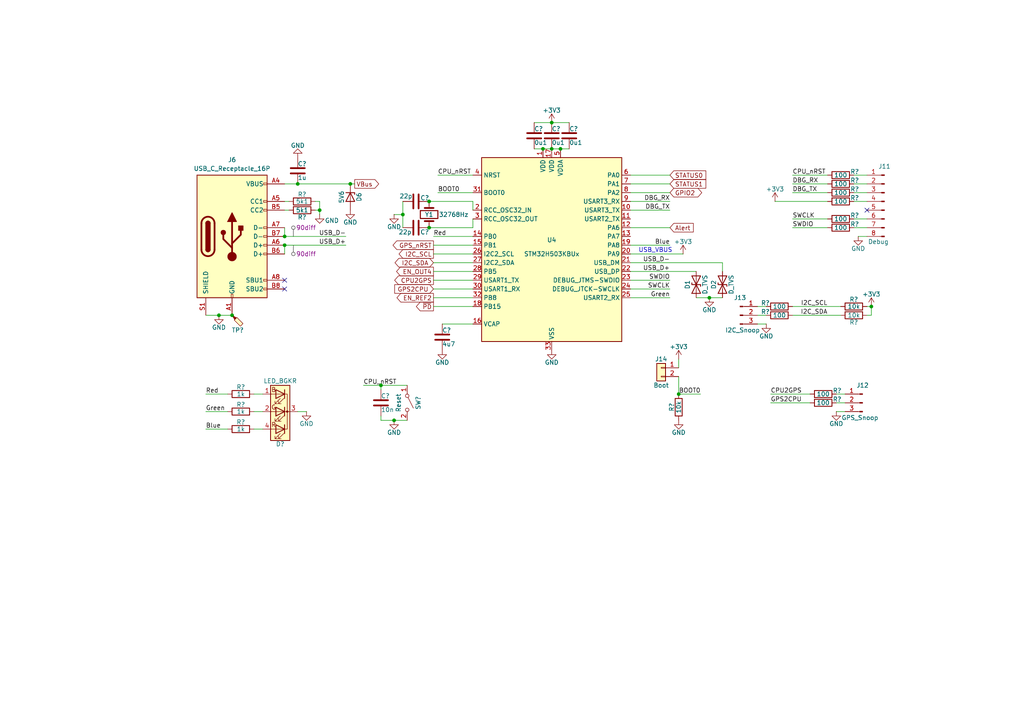
<source format=kicad_sch>
(kicad_sch (version 20250114) (generator "eeschema") (generator_version "9.0")
  (paper "A4")
  (lib_symbols
    (symbol "Connector:Conn_01x03_Pin" (pin_names (offset 1.016) (hide yes))
      (property "Reference" "J" (at 0 5.08 0))
      (property "Value" "Conn_01x03_Pin" (at 0 -5.08 0))
      (symbol "Conn_01x03_Pin_1_1"
        (rectangle (start 0.8636 2.667) (end 0 2.413) (stroke (width 0.1524)) (fill (type outline)))
        (rectangle (start 0.8636 0.127) (end 0 -0.127) (stroke (width 0.1524)) (fill (type outline)))
        (rectangle (start 0.8636 -2.413) (end 0 -2.667) (stroke (width 0.1524)) (fill (type outline)))
        (polyline (pts (xy 1.27 2.54) (xy 0.8636 2.54)) (stroke (width 0.1524)))
        (polyline (pts (xy 1.27 0) (xy 0.8636 0)) (stroke (width 0.1524)))
        (polyline (pts (xy 1.27 -2.54) (xy 0.8636 -2.54)) (stroke (width 0.1524)))
        (pin passive line (at 5.08 2.54 180) (length 3.81) (name "Pin_1") (number "1"))
        (pin passive line (at 5.08 0 180) (length 3.81) (name "Pin_2") (number "2"))
        (pin passive line (at 5.08 -2.54 180) (length 3.81) (name "Pin_3") (number "3"))
      )
    )
    (symbol "Connector:Conn_01x08_Pin" (pin_names (offset 1.016) (hide yes))
      (property "Reference" "J" (at 0 10.16 0))
      (property "Value" "Conn_01x08_Pin" (at 0 -12.7 0))
      (symbol "Conn_01x08_Pin_1_1"
        (rectangle (start 0.8636 7.747) (end 0 7.493) (stroke (width 0.1524)) (fill (type outline)))
        (rectangle (start 0.8636 5.207) (end 0 4.953) (stroke (width 0.1524)) (fill (type outline)))
        (rectangle (start 0.8636 2.667) (end 0 2.413) (stroke (width 0.1524)) (fill (type outline)))
        (rectangle (start 0.8636 0.127) (end 0 -0.127) (stroke (width 0.1524)) (fill (type outline)))
        (rectangle (start 0.8636 -2.413) (end 0 -2.667) (stroke (width 0.1524)) (fill (type outline)))
        (rectangle (start 0.8636 -4.953) (end 0 -5.207) (stroke (width 0.1524)) (fill (type outline)))
        (rectangle (start 0.8636 -7.493) (end 0 -7.747) (stroke (width 0.1524)) (fill (type outline)))
        (rectangle (start 0.8636 -10.033) (end 0 -10.287) (stroke (width 0.1524)) (fill (type outline)))
        (polyline (pts (xy 1.27 7.62) (xy 0.8636 7.62)) (stroke (width 0.1524)))
        (polyline (pts (xy 1.27 5.08) (xy 0.8636 5.08)) (stroke (width 0.1524)))
        (polyline (pts (xy 1.27 2.54) (xy 0.8636 2.54)) (stroke (width 0.1524)))
        (polyline (pts (xy 1.27 0) (xy 0.8636 0)) (stroke (width 0.1524)))
        (polyline (pts (xy 1.27 -2.54) (xy 0.8636 -2.54)) (stroke (width 0.1524)))
        (polyline (pts (xy 1.27 -5.08) (xy 0.8636 -5.08)) (stroke (width 0.1524)))
        (polyline (pts (xy 1.27 -7.62) (xy 0.8636 -7.62)) (stroke (width 0.1524)))
        (polyline (pts (xy 1.27 -10.16) (xy 0.8636 -10.16)) (stroke (width 0.1524)))
        (pin passive line (at 5.08 7.62 180) (length 3.81) (name "Pin_1") (number "1"))
        (pin passive line (at 5.08 5.08 180) (length 3.81) (name "Pin_2") (number "2"))
        (pin passive line (at 5.08 2.54 180) (length 3.81) (name "Pin_3") (number "3"))
        (pin passive line (at 5.08 0 180) (length 3.81) (name "Pin_4") (number "4"))
        (pin passive line (at 5.08 -2.54 180) (length 3.81) (name "Pin_5") (number "5"))
        (pin passive line (at 5.08 -5.08 180) (length 3.81) (name "Pin_6") (number "6"))
        (pin passive line (at 5.08 -7.62 180) (length 3.81) (name "Pin_7") (number "7"))
        (pin passive line (at 5.08 -10.16 180) (length 3.81) (name "Pin_8") (number "8"))
      )
    )
    (symbol "Connector:TestPoint_Probe" (pin_numbers (hide yes)) (pin_names (offset 0.762) (hide yes))
      (property "Reference" "TP" (at 1.651 5.842 0))
      (property "Value" "TestPoint_Probe" (at 1.651 4.064 0))
      (symbol "TestPoint_Probe_0_1"
        (polyline (pts (xy 1.27 0.762) (xy 0 0) (xy 0.762 1.27) (xy 1.27 0.762)) (fill (type outline)))
        (polyline (pts (xy 1.397 0.635) (xy 0.635 1.397) (xy 2.413 3.175) (xy 3.175 2.413) (xy 1.397 0.635)) (fill (type background)))
      )
      (symbol "TestPoint_Probe_1_1"
        (pin passive line (at 0 0 90) (length 0) (name "1") (number "1"))
      )
    )
    (symbol "Connector:USB_C_Receptacle_USB2.0_16P" (pin_names (offset 1.016))
      (property "Reference" "J" (at 0 22.225 0))
      (property "Value" "USB_C_Receptacle_USB2.0_16P" (at 0 19.685 0))
      (symbol "USB_C_Receptacle_USB2.0_16P_0_0"
        (rectangle (start -0.254 -17.78) (end 0.254 -16.764))
        (rectangle (start 10.16 15.494) (end 9.144 14.986))
        (rectangle (start 10.16 10.414) (end 9.144 9.906))
        (rectangle (start 10.16 7.874) (end 9.144 7.366))
        (rectangle (start 10.16 2.794) (end 9.144 2.286))
        (rectangle (start 10.16 0.254) (end 9.144 -0.254))
        (rectangle (start 10.16 -2.286) (end 9.144 -2.794))
        (rectangle (start 10.16 -4.826) (end 9.144 -5.334))
        (rectangle (start 10.16 -12.446) (end 9.144 -12.954))
        (rectangle (start 10.16 -14.986) (end 9.144 -15.494))
      )
      (symbol "USB_C_Receptacle_USB2.0_16P_0_1"
        (rectangle (start -10.16 17.78) (end 10.16 -17.78) (stroke (width 0.254)) (fill (type background)))
        (polyline (pts (xy -8.89 -3.81) (xy -8.89 3.81)) (stroke (width 0.508)))
        (rectangle (start -7.62 -3.81) (end -6.35 3.81) (stroke (width 0.254)) (fill (type outline)))
        (arc (start -7.62 3.81) (mid -6.985 4.4423) (end -6.35 3.81) (stroke (width 0.254)))
        (arc (start -7.62 3.81) (mid -6.985 4.4423) (end -6.35 3.81) (stroke (width 0.254)) (fill (type outline)))
        (arc (start -8.89 3.81) (mid -6.985 5.7067) (end -5.08 3.81) (stroke (width 0.508)))
        (arc (start -5.08 -3.81) (mid -6.985 -5.7067) (end -8.89 -3.81) (stroke (width 0.508)))
        (arc (start -6.35 -3.81) (mid -6.985 -4.4423) (end -7.62 -3.81) (stroke (width 0.254)))
        (arc (start -6.35 -3.81) (mid -6.985 -4.4423) (end -7.62 -3.81) (stroke (width 0.254)) (fill (type outline)))
        (polyline (pts (xy -5.08 3.81) (xy -5.08 -3.81)) (stroke (width 0.508)))
        (circle (center -2.54 1.143) (radius 0.635) (stroke (width 0.254)) (fill (type outline)))
        (polyline (pts (xy -1.27 4.318) (xy 0 6.858) (xy 1.27 4.318) (xy -1.27 4.318)) (stroke (width 0.254)) (fill (type outline)))
        (polyline (pts (xy 0 -2.032) (xy 2.54 0.508) (xy 2.54 1.778)) (stroke (width 0.508)))
        (polyline (pts (xy 0 -3.302) (xy -2.54 -0.762) (xy -2.54 0.508)) (stroke (width 0.508)))
        (polyline (pts (xy 0 -5.842) (xy 0 4.318)) (stroke (width 0.508)))
        (circle (center 0 -5.842) (radius 1.27) (fill (type outline)))
        (rectangle (start 1.905 1.778) (end 3.175 3.048) (stroke (width 0.254)) (fill (type outline)))
      )
      (symbol "USB_C_Receptacle_USB2.0_16P_1_1"
        (pin passive line (at -7.62 -22.86 90) (length 5.08) (name "SHIELD") (number "S1"))
        (pin passive line (at 0 -22.86 90) (length 5.08) (name "GND") (number "A1"))
        (pin passive line (at 0 -22.86 90) (length 5.08) (hide yes) (name "GND") (number "A12"))
        (pin passive line (at 0 -22.86 90) (length 5.08) (hide yes) (name "GND") (number "B1"))
        (pin passive line (at 0 -22.86 90) (length 5.08) (hide yes) (name "GND") (number "B12"))
        (pin passive line (at 15.24 15.24 180) (length 5.08) (name "VBUS") (number "A4"))
        (pin passive line (at 15.24 15.24 180) (length 5.08) (hide yes) (name "VBUS") (number "A9"))
        (pin passive line (at 15.24 15.24 180) (length 5.08) (hide yes) (name "VBUS") (number "B4"))
        (pin passive line (at 15.24 15.24 180) (length 5.08) (hide yes) (name "VBUS") (number "B9"))
        (pin bidirectional line (at 15.24 10.16 180) (length 5.08) (name "CC1") (number "A5"))
        (pin bidirectional line (at 15.24 7.62 180) (length 5.08) (name "CC2") (number "B5"))
        (pin bidirectional line (at 15.24 2.54 180) (length 5.08) (name "D-") (number "A7"))
        (pin bidirectional line (at 15.24 0 180) (length 5.08) (name "D-") (number "B7"))
        (pin bidirectional line (at 15.24 -2.54 180) (length 5.08) (name "D+") (number "A6"))
        (pin bidirectional line (at 15.24 -5.08 180) (length 5.08) (name "D+") (number "B6"))
        (pin bidirectional line (at 15.24 -12.7 180) (length 5.08) (name "SBU1") (number "A8"))
        (pin bidirectional line (at 15.24 -15.24 180) (length 5.08) (name "SBU2") (number "B8"))
      )
    )
    (symbol "Connector_Generic:Conn_01x02" (pin_names (offset 1.016) (hide yes))
      (property "Reference" "J" (at 0 2.54 0))
      (property "Value" "Conn_01x02" (at 0 -5.08 0))
      (symbol "Conn_01x02_1_1"
        (rectangle (start -1.27 1.27) (end 1.27 -3.81) (stroke (width 0.254)) (fill (type background)))
        (rectangle (start -1.27 0.127) (end 0 -0.127) (stroke (width 0.1524)))
        (rectangle (start -1.27 -2.413) (end 0 -2.667) (stroke (width 0.1524)))
        (pin passive line (at -5.08 0 0) (length 3.81) (name "Pin_1") (number "1"))
        (pin passive line (at -5.08 -2.54 0) (length 3.81) (name "Pin_2") (number "2"))
      )
    )
    (symbol "Device:C" (pin_numbers (hide yes)) (pin_names (offset 0.254))
      (property "Reference" "C" (at 0.635 2.54 0))
      (property "Value" "C" (at 0.635 -2.54 0))
      (symbol "C_0_1"
        (polyline (pts (xy -2.032 0.762) (xy 2.032 0.762)) (stroke (width 0.508)))
        (polyline (pts (xy -2.032 -0.762) (xy 2.032 -0.762)) (stroke (width 0.508)))
      )
      (symbol "C_1_1"
        (pin passive line (at 0 3.81 270) (length 2.794) (name "~") (number "1"))
        (pin passive line (at 0 -3.81 90) (length 2.794) (name "~") (number "2"))
      )
    )
    (symbol "Device:Crystal" (pin_numbers (hide yes)) (pin_names (offset 1.016) (hide yes))
      (property "Reference" "Y" (at 0 3.81 0))
      (property "Value" "Crystal" (at 0 -3.81 0))
      (symbol "Crystal_0_1"
        (polyline (pts (xy -2.54 0) (xy -1.905 0)))
        (polyline (pts (xy -1.905 -1.27) (xy -1.905 1.27)) (stroke (width 0.508)))
        (rectangle (start -1.143 2.54) (end 1.143 -2.54) (stroke (width 0.3048)))
        (polyline (pts (xy 1.905 -1.27) (xy 1.905 1.27)) (stroke (width 0.508)))
        (polyline (pts (xy 2.54 0) (xy 1.905 0)))
      )
      (symbol "Crystal_1_1"
        (pin passive line (at -3.81 0 0) (length 1.27) (name "1") (number "1"))
        (pin passive line (at 3.81 0 180) (length 1.27) (name "2") (number "2"))
      )
    )
    (symbol "Device:D_TVS" (pin_numbers (hide yes)) (pin_names (offset 1.016) (hide yes))
      (property "Reference" "D" (at 0 2.54 0))
      (property "Value" "D_TVS" (at 0 -2.54 0))
      (symbol "D_TVS_0_1"
        (polyline (pts (xy -2.54 1.27) (xy -2.54 -1.27) (xy 2.54 1.27) (xy 2.54 -1.27) (xy -2.54 1.27)) (stroke (width 0.254)))
        (polyline (pts (xy 0.508 1.27) (xy 0 1.27) (xy 0 -1.27) (xy -0.508 -1.27)) (stroke (width 0.254)))
        (polyline (pts (xy 1.27 0) (xy -1.27 0)))
      )
      (symbol "D_TVS_1_1"
        (pin passive line (at -3.81 0 0) (length 2.54) (name "A1") (number "1"))
        (pin passive line (at 3.81 0 180) (length 2.54) (name "A2") (number "2"))
      )
    )
    (symbol "Device:D_Zener" (pin_numbers (hide yes)) (pin_names (offset 1.016) (hide yes))
      (property "Reference" "D" (at 0 2.54 0))
      (property "Value" "D_Zener" (at 0 -2.54 0))
      (symbol "D_Zener_0_1"
        (polyline (pts (xy -1.27 -1.27) (xy -1.27 1.27) (xy -0.762 1.27)) (stroke (width 0.254)))
        (polyline (pts (xy 1.27 0) (xy -1.27 0)))
        (polyline (pts (xy 1.27 -1.27) (xy 1.27 1.27) (xy -1.27 0) (xy 1.27 -1.27)) (stroke (width 0.254)))
      )
      (symbol "D_Zener_1_1"
        (pin passive line (at -3.81 0 0) (length 2.54) (name "K") (number "1"))
        (pin passive line (at 3.81 0 180) (length 2.54) (name "A") (number "2"))
      )
    )
    (symbol "Device:LED_BGKR" (pin_names (offset 0) (hide yes))
      (property "Reference" "D" (at 0 9.398 0))
      (property "Value" "LED_BGKR" (at 0 -8.89 0))
      (symbol "LED_BGKR_0_0"
        (text "R" (at 1.905 3.81 0) (effects (font (size 1.27 1.27))))
        (text "G" (at 1.905 -1.27 0) (effects (font (size 1.27 1.27))))
        (text "B" (at 1.905 -6.35 0) (effects (font (size 1.27 1.27))))
      )
      (symbol "LED_BGKR_0_1"
        (circle (center -2.032 0) (radius 0.254) (fill (type outline)))
        (polyline (pts (xy -1.27 6.35) (xy -1.27 3.81)) (stroke (width 0.254)))
        (polyline (pts (xy -1.27 6.35) (xy -1.27 3.81) (xy -1.27 3.81)))
        (polyline (pts (xy -1.27 5.08) (xy 1.27 5.08)))
        (polyline (pts (xy -1.27 5.08) (xy -2.032 5.08) (xy -2.032 -5.08) (xy -1.016 -5.08)))
        (polyline (pts (xy -1.27 1.27) (xy -1.27 -1.27)) (stroke (width 0.254)))
        (polyline (pts (xy -1.27 1.27) (xy -1.27 -1.27) (xy -1.27 -1.27)))
        (polyline (pts (xy -1.27 0) (xy -2.54 0)))
        (polyline (pts (xy -1.27 -3.81) (xy -1.27 -6.35)) (stroke (width 0.254)))
        (polyline (pts (xy -1.27 -5.08) (xy 1.27 -5.08)))
        (polyline (pts (xy -1.016 6.35) (xy 0.508 7.874) (xy -0.254 7.874) (xy 0.508 7.874) (xy 0.508 7.112)))
        (polyline (pts (xy -1.016 1.27) (xy 0.508 2.794) (xy -0.254 2.794) (xy 0.508 2.794) (xy 0.508 2.032)))
        (polyline (pts (xy -1.016 -3.81) (xy 0.508 -2.286) (xy -0.254 -2.286) (xy 0.508 -2.286) (xy 0.508 -3.048)))
        (polyline (pts (xy 0 6.35) (xy 1.524 7.874) (xy 0.762 7.874) (xy 1.524 7.874) (xy 1.524 7.112)))
        (polyline (pts (xy 0 1.27) (xy 1.524 2.794) (xy 0.762 2.794) (xy 1.524 2.794) (xy 1.524 2.032)))
        (polyline (pts (xy 0 -3.81) (xy 1.524 -2.286) (xy 0.762 -2.286) (xy 1.524 -2.286) (xy 1.524 -3.048)))
        (polyline (pts (xy 1.27 6.35) (xy 1.27 3.81) (xy -1.27 5.08) (xy 1.27 6.35)) (stroke (width 0.254)))
        (rectangle (start 1.27 6.35) (end 1.27 6.35))
        (polyline (pts (xy 1.27 5.08) (xy 2.54 5.08)))
        (rectangle (start 1.27 3.81) (end 1.27 6.35))
        (polyline (pts (xy 1.27 1.27) (xy 1.27 -1.27) (xy -1.27 0) (xy 1.27 1.27)) (stroke (width 0.254)))
        (rectangle (start 1.27 1.27) (end 1.27 1.27))
        (polyline (pts (xy 1.27 0) (xy -1.27 0)))
        (polyline (pts (xy 1.27 0) (xy 2.54 0)))
        (rectangle (start 1.27 -1.27) (end 1.27 1.27))
        (polyline (pts (xy 1.27 -3.81) (xy 1.27 -6.35) (xy -1.27 -5.08) (xy 1.27 -3.81)) (stroke (width 0.254)))
        (polyline (pts (xy 1.27 -5.08) (xy 2.54 -5.08)))
        (rectangle (start 2.794 8.382) (end -2.794 -7.62) (stroke (width 0.254)) (fill (type background)))
      )
      (symbol "LED_BGKR_1_1"
        (pin passive line (at -5.08 0 0) (length 2.54) (name "K") (number "3"))
        (pin passive line (at 5.08 5.08 180) (length 2.54) (name "RA") (number "4"))
        (pin passive line (at 5.08 0 180) (length 2.54) (name "GA") (number "2"))
        (pin passive line (at 5.08 -5.08 180) (length 2.54) (name "BA") (number "1"))
      )
    )
    (symbol "Device:R" (pin_numbers (hide yes)) (pin_names (offset 0))
      (property "Reference" "R" (at 2.032 0 90))
      (property "Value" "R" (at 0 0 90))
      (symbol "R_0_1"
        (rectangle (start -1.016 -2.54) (end 1.016 2.54) (stroke (width 0.254)))
      )
      (symbol "R_1_1"
        (pin passive line (at 0 3.81 270) (length 1.27) (name "~") (number "1"))
        (pin passive line (at 0 -3.81 90) (length 1.27) (name "~") (number "2"))
      )
    )
    (symbol "MCU_ST_STM32H5:STM32H503KBUx"
      (property "Reference" "U" (at -20.32 29.21 0))
      (property "Value" "STM32H503KBUx" (at 5.08 29.21 0))
      (symbol "STM32H503KBUx_0_1"
        (rectangle (start -20.32 -25.4) (end 20.32 27.94) (stroke (width 0.254)) (fill (type background)))
      )
      (symbol "STM32H503KBUx_1_1"
        (pin input line (at -22.86 22.86 0) (length 2.54) (name "NRST") (number "4"))
        (pin input line (at -22.86 17.78 0) (length 2.54) (name "BOOT0") (number "31"))
        (pin bidirectional line (at -22.86 12.7 0) (length 2.54) (name "PC14") (number "2") (alternate "RCC_OSC32_IN" bidirectional line))
        (pin bidirectional line (at -22.86 10.16 0) (length 2.54) (name "PC15") (number "3") (alternate "RCC_OSC32_OUT" bidirectional line))
        (pin bidirectional line (at -22.86 5.08 0) (length 2.54) (name "PB0") (number "14") (alternate "USART2_TX" bidirectional line))
        (pin bidirectional line (at -22.86 2.54 0) (length 2.54) (name "PB1") (number "15") (alternate "USART2_RX" bidirectional line))
        (pin bidirectional line (at -22.86 0 0) (length 2.54) (name "PB3(JTDO") (number "26") (alternate "I2C2_SCL" bidirectional line) (alternate "I2C2_SDA" bidirectional line) (alternate "USART3_TX" bidirectional line))
        (pin bidirectional line (at -22.86 -2.54 0) (length 2.54) (name "PB4(NJTRST)") (number "27") (alternate "I2C2_SDA" bidirectional line) (alternate "USART2_TX" bidirectional line))
        (pin bidirectional line (at -22.86 -5.08 0) (length 2.54) (name "PB5") (number "28") (alternate "I2C2_SCL" bidirectional line) (alternate "USART2_RX" bidirectional line))
        (pin bidirectional line (at -22.86 -7.62 0) (length 2.54) (name "PB6") (number "29") (alternate "USART1_TX" bidirectional line))
        (pin bidirectional line (at -22.86 -10.16 0) (length 2.54) (name "PB7") (number "30") (alternate "USART1_RX" bidirectional line) (alternate "USART3_TX" bidirectional line))
        (pin bidirectional line (at -22.86 -12.7 0) (length 2.54) (name "PB8") (number "32") (alternate "I2C2_SDA" bidirectional line) (alternate "USART3_RX" bidirectional line))
        (pin bidirectional line (at -22.86 -15.24 0) (length 2.54) (name "PB15") (number "18") (alternate "USART1_RX" bidirectional line) (alternate "USART2_RX" bidirectional line))
        (pin power_out line (at -22.86 -20.32 0) (length 2.54) (name "VCAP") (number "16"))
        (pin power_in line (at -2.54 30.48 270) (length 2.54) (name "VDD") (number "1"))
        (pin power_in line (at 0 30.48 270) (length 2.54) (name "VDD") (number "17"))
        (pin power_in line (at 0 -27.94 90) (length 2.54) (name "VSS") (number "33"))
        (pin power_in line (at 2.54 30.48 270) (length 2.54) (name "VDDA") (number "5"))
        (pin bidirectional line (at 22.86 22.86 180) (length 2.54) (name "PA0") (number "6"))
        (pin bidirectional line (at 22.86 20.32 180) (length 2.54) (name "PA1") (number "7") (alternate "USART1_RX" bidirectional line))
        (pin bidirectional line (at 22.86 17.78 180) (length 2.54) (name "PA2") (number "8") (alternate "USART1_TX" bidirectional line) (alternate "USART2_TX" bidirectional line))
        (pin bidirectional line (at 22.86 15.24 180) (length 2.54) (name "PA3") (number "9") (alternate "USART2_RX" bidirectional line) (alternate "USART3_RX" bidirectional line))
        (pin bidirectional line (at 22.86 12.7 180) (length 2.54) (name "PA4") (number "10") (alternate "USART3_TX" bidirectional line))
        (pin bidirectional line (at 22.86 10.16 180) (length 2.54) (name "PA5") (number "11") (alternate "USART2_TX" bidirectional line) (alternate "USART3_RX" bidirectional line))
        (pin bidirectional line (at 22.86 7.62 180) (length 2.54) (name "PA6") (number "12"))
        (pin bidirectional line (at 22.86 5.08 180) (length 2.54) (name "PA7") (number "13"))
        (pin bidirectional line (at 22.86 2.54 180) (length 2.54) (name "PA8") (number "19") (alternate "USART2_TX" bidirectional line) (alternate "USART3_TX" bidirectional line))
        (pin bidirectional line (at 22.86 0 180) (length 2.54) (name "PA9") (number "20") (alternate "USART1_TX" bidirectional line))
        (pin bidirectional line (at 22.86 -2.54 180) (length 2.54) (name "PA11") (number "21") (alternate "USART1_RX" bidirectional line) (alternate "USART2_RX" bidirectional line) (alternate "USB_DM" bidirectional line))
        (pin bidirectional line (at 22.86 -5.08 180) (length 2.54) (name "PA12") (number "22") (alternate "USART1_TX" bidirectional line) (alternate "USART2_TX" bidirectional line) (alternate "USART3_RX" bidirectional line) (alternate "USB_DP" bidirectional line))
        (pin bidirectional line (at 22.86 -7.62 180) (length 2.54) (name "PA13(JTMS") (number "23") (alternate "DEBUG_JTMS-SWDIO" bidirectional line) (alternate "USART1_RX" bidirectional line) (alternate "USART2_RX" bidirectional line))
        (pin bidirectional line (at 22.86 -10.16 180) (length 2.54) (name "PA14(JTCK") (number "24") (alternate "DEBUG_JTCK-SWCLK" bidirectional line) (alternate "USART1_TX" bidirectional line) (alternate "USART2_TX" bidirectional line))
        (pin bidirectional line (at 22.86 -12.7 180) (length 2.54) (name "PA15(JTDI)") (number "25") (alternate "USART2_RX" bidirectional line) (alternate "USART3_RX" bidirectional line))
      )
    )
    (symbol "Switch:SW_SPST" (pin_names (offset 0) (hide yes))
      (property "Reference" "SW" (at 0 3.175 0))
      (property "Value" "SW_SPST" (at 0 -2.54 0))
      (symbol "SW_SPST_0_0"
        (circle (center -2.032 0) (radius 0.508))
        (polyline (pts (xy -1.524 0.254) (xy 1.524 1.778)))
        (circle (center 2.032 0) (radius 0.508))
      )
      (symbol "SW_SPST_1_1"
        (pin passive line (at -5.08 0 0) (length 2.54) (name "A") (number "1"))
        (pin passive line (at 5.08 0 180) (length 2.54) (name "B") (number "2"))
      )
    )
    (symbol "power:+3V3" (power) (pin_numbers (hide yes)) (pin_names (offset 0) (hide yes))
      (property "Value" "+3V3" (at 0 3.556 0))
      (symbol "+3V3_0_1"
        (polyline (pts (xy -0.762 1.27) (xy 0 2.54)))
        (polyline (pts (xy 0 2.54) (xy 0.762 1.27)))
        (polyline (pts (xy 0 0) (xy 0 2.54)))
      )
      (symbol "+3V3_1_1"
        (pin power_in line (at 0 0 90) (length 0) (name "~") (number "1"))
      )
    )
    (symbol "power:GND" (power) (pin_numbers (hide yes)) (pin_names (offset 0) (hide yes))
      (property "Value" "GND" (at 0 -3.81 0))
      (symbol "GND_0_1"
        (polyline (pts (xy 0 0) (xy 0 -1.27) (xy 1.27 -1.27) (xy 0 -2.54) (xy -1.27 -1.27) (xy 0 -1.27)))
      )
      (symbol "GND_1_1"
        (pin power_in line (at 0 0 270) (length 0) (name "~") (number "1"))
      )
    )
  )
  (text "USB_VBUS" (at 185.166 73.406 0) (effects (font (size 1.27 1.27)) (justify left bottom)))
  (junction (at 124.46 58.42))
  (junction (at 63.5 91.44))
  (junction (at 67.31 91.44))
  (junction (at 124.46 66.04))
  (junction (at 114.3 121.92))
  (junction (at 196.85 114.3))
  (junction (at 160.02 43.18))
  (junction (at 162.56 43.18))
  (junction (at 82.55 71.12))
  (junction (at 116.84 62.23))
  (junction (at 92.71 60.96))
  (junction (at 86.36 53.34))
  (junction (at 160.02 35.56))
  (junction (at 157.48 43.18))
  (junction (at 110.49 111.76))
  (junction (at 82.55 68.58))
  (junction (at 205.74 86.36))
  (junction (at 252.73 88.9))
  (junction (at 101.6 53.34))
  (no_connect (at 251.46 60.96))
  (no_connect (at 82.55 81.28))
  (no_connect (at 82.55 83.82))
  (wire (pts (xy 160.02 35.56) (xy 165.1 35.56)))
  (wire (pts (xy 86.36 119.38) (xy 88.9 119.38)))
  (wire (pts (xy 82.55 53.34) (xy 86.36 53.34)))
  (wire (pts (xy 114.3 62.23) (xy 116.84 62.23)))
  (wire (pts (xy 154.94 35.56) (xy 160.02 35.56)))
  (wire (pts (xy 182.88 55.88) (xy 194.31 55.88)))
  (wire (pts (xy 125.73 88.9) (xy 137.16 88.9)))
  (wire (pts (xy 59.69 124.46) (xy 66.04 124.46)))
  (wire (pts (xy 73.66 124.46) (xy 76.2 124.46)))
  (wire (pts (xy 102.87 53.34) (xy 101.6 53.34)))
  (wire (pts (xy 82.55 66.04) (xy 82.55 68.58)))
  (wire (pts (xy 229.87 50.8) (xy 240.03 50.8)))
  (wire (pts (xy 229.87 91.44) (xy 243.84 91.44)))
  (wire (pts (xy 223.52 116.84) (xy 234.95 116.84)))
  (wire (pts (xy 82.55 71.12) (xy 82.55 73.66)))
  (wire (pts (xy 82.55 68.58) (xy 100.33 68.58)))
  (wire (pts (xy 196.85 109.22) (xy 196.85 114.3)))
  (wire (pts (xy 127 55.88) (xy 137.16 55.88)))
  (wire (pts (xy 92.71 58.42) (xy 92.71 60.96)))
  (wire (pts (xy 252.73 88.9) (xy 252.73 91.44)))
  (wire (pts (xy 127 50.8) (xy 137.16 50.8)))
  (wire (pts (xy 137.16 58.42) (xy 137.16 60.96)))
  (wire (pts (xy 110.49 121.92) (xy 114.3 121.92)))
  (wire (pts (xy 247.65 55.88) (xy 251.46 55.88)))
  (wire (pts (xy 105.41 111.76) (xy 110.49 111.76)))
  (wire (pts (xy 92.71 60.96) (xy 92.71 62.23)))
  (wire (pts (xy 182.88 66.04) (xy 194.31 66.04)))
  (wire (pts (xy 182.88 83.82) (xy 194.31 83.82)))
  (wire (pts (xy 124.46 66.04) (xy 137.16 66.04)))
  (wire (pts (xy 125.73 83.82) (xy 137.16 83.82)))
  (wire (pts (xy 116.84 58.42) (xy 116.84 62.23)))
  (wire (pts (xy 154.94 43.18) (xy 157.48 43.18)))
  (wire (pts (xy 229.87 88.9) (xy 243.84 88.9)))
  (wire (pts (xy 137.16 58.42) (xy 124.46 58.42)))
  (wire (pts (xy 160.02 43.18) (xy 162.56 43.18)))
  (wire (pts (xy 222.25 91.44) (xy 219.71 91.44)))
  (wire (pts (xy 196.85 104.14) (xy 196.85 106.68)))
  (wire (pts (xy 196.85 114.3) (xy 203.2 114.3)))
  (wire (pts (xy 125.73 78.74) (xy 137.16 78.74)))
  (wire (pts (xy 137.16 66.04) (xy 137.16 63.5)))
  (wire (pts (xy 182.88 53.34) (xy 194.31 53.34)))
  (wire (pts (xy 252.73 88.9) (xy 251.46 88.9)))
  (wire (pts (xy 209.55 78.74) (xy 209.55 76.2)))
  (wire (pts (xy 242.57 114.3) (xy 245.11 114.3)))
  (wire (pts (xy 182.88 71.12) (xy 194.31 71.12)))
  (wire (pts (xy 247.65 53.34) (xy 251.46 53.34)))
  (wire (pts (xy 125.73 86.36) (xy 137.16 86.36)))
  (wire (pts (xy 73.66 114.3) (xy 76.2 114.3)))
  (wire (pts (xy 110.49 120.65) (xy 110.49 121.92)))
  (wire (pts (xy 242.57 116.84) (xy 245.11 116.84)))
  (wire (pts (xy 252.73 91.44) (xy 251.46 91.44)))
  (wire (pts (xy 194.31 58.42) (xy 182.88 58.42)))
  (wire (pts (xy 182.88 76.2) (xy 209.55 76.2)))
  (wire (pts (xy 59.69 114.3) (xy 66.04 114.3)))
  (wire (pts (xy 110.49 111.76) (xy 110.49 113.03)))
  (wire (pts (xy 110.49 111.76) (xy 118.11 111.76)))
  (wire (pts (xy 125.73 81.28) (xy 137.16 81.28)))
  (wire (pts (xy 182.88 73.66) (xy 198.12 73.66)))
  (wire (pts (xy 247.65 58.42) (xy 251.46 58.42)))
  (wire (pts (xy 165.1 43.18) (xy 162.56 43.18)))
  (wire (pts (xy 63.5 91.44) (xy 67.31 91.44)))
  (wire (pts (xy 247.65 66.04) (xy 251.46 66.04)))
  (wire (pts (xy 223.52 114.3) (xy 234.95 114.3)))
  (wire (pts (xy 194.31 60.96) (xy 182.88 60.96)))
  (wire (pts (xy 182.88 81.28) (xy 194.31 81.28)))
  (wire (pts (xy 248.92 68.58) (xy 251.46 68.58)))
  (wire (pts (xy 125.73 73.66) (xy 137.16 73.66)))
  (wire (pts (xy 182.88 78.74) (xy 201.93 78.74)))
  (wire (pts (xy 201.93 86.36) (xy 205.74 86.36)))
  (wire (pts (xy 82.55 58.42) (xy 83.82 58.42)))
  (wire (pts (xy 222.25 88.9) (xy 219.71 88.9)))
  (wire (pts (xy 205.74 86.36) (xy 209.55 86.36)))
  (wire (pts (xy 194.31 86.36) (xy 182.88 86.36)))
  (wire (pts (xy 247.65 50.8) (xy 251.46 50.8)))
  (wire (pts (xy 116.84 62.23) (xy 116.84 66.04)))
  (wire (pts (xy 229.87 53.34) (xy 240.03 53.34)))
  (wire (pts (xy 82.55 60.96) (xy 83.82 60.96)))
  (wire (pts (xy 73.66 119.38) (xy 76.2 119.38)))
  (wire (pts (xy 125.73 71.12) (xy 137.16 71.12)))
  (wire (pts (xy 125.73 68.58) (xy 137.16 68.58)))
  (wire (pts (xy 240.03 66.04) (xy 229.87 66.04)))
  (wire (pts (xy 86.36 53.34) (xy 101.6 53.34)))
  (wire (pts (xy 125.73 76.2) (xy 137.16 76.2)))
  (wire (pts (xy 128.27 93.98) (xy 137.16 93.98)))
  (wire (pts (xy 114.3 121.92) (xy 118.11 121.92)))
  (wire (pts (xy 242.57 119.38) (xy 245.11 119.38)))
  (wire (pts (xy 59.69 91.44) (xy 63.5 91.44)))
  (wire (pts (xy 240.03 63.5) (xy 229.87 63.5)))
  (wire (pts (xy 59.69 119.38) (xy 66.04 119.38)))
  (wire (pts (xy 224.79 58.42) (xy 240.03 58.42)))
  (wire (pts (xy 247.65 63.5) (xy 251.46 63.5)))
  (wire (pts (xy 91.44 60.96) (xy 92.71 60.96)))
  (wire (pts (xy 222.25 93.98) (xy 219.71 93.98)))
  (wire (pts (xy 182.88 50.8) (xy 194.31 50.8)))
  (wire (pts (xy 82.55 71.12) (xy 100.33 71.12)))
  (wire (pts (xy 157.48 43.18) (xy 160.02 43.18)))
  (wire (pts (xy 91.44 58.42) (xy 92.71 58.42)))
  (wire (pts (xy 229.87 55.88) (xy 240.03 55.88)))
  (label "CPU_nRST" (at 229.87 50.8 0))
  (label "Green" (at 59.69 119.38 0))
  (label "SWCLK" (at 229.87 63.5 0))
  (label "SWDIO" (at 229.87 66.04 0))
  (label "GPS2CPU" (at 223.52 116.84 0))
  (label "USB_D+" (at 100.33 71.12 180))
  (label "USB_D-" (at 100.33 68.58 180))
  (label "USB_D+" (at 194.31 78.74 180))
  (label "Red" (at 59.69 114.3 0))
  (label "Blue" (at 59.69 124.46 0))
  (label "DBG_RX" (at 229.87 53.34 0))
  (label "CPU_nRST" (at 105.41 111.76 0))
  (label "USB_D-" (at 194.31 76.2 180))
  (label "SWDIO" (at 194.31 81.28 180))
  (label "CPU_nRST" (at 127 50.8 0))
  (label "BOOT0" (at 127 55.88 0))
  (label "I2C_SDA" (at 240.03 91.44 180))
  (label "BOOT0" (at 203.2 114.3 180))
  (label "CPU2GPS" (at 223.52 114.3 0))
  (label "DBG_RX" (at 194.31 58.42 180))
  (label "Blue" (at 194.31 71.12 180))
  (label "DBG_TX" (at 194.31 60.96 180))
  (label "I2C_SCL" (at 240.03 88.9 180))
  (label "Green" (at 194.31 86.36 180))
  (label "DBG_TX" (at 229.87 55.88 0))
  (label "SWCLK" (at 194.31 83.82 180))
  (label "Red" (at 125.73 68.58 0))
  (global_label "CPU2GPS" (shape output) (at 125.73 81.28 180) (property "Intersheetrefs" "${INTERSHEET_REFS}" (at 113.9153 81.28 0) (effects (justify right))))
  (global_label "I2C_SDA" (shape bidirectional) (at 125.73 76.2 180) (property "Intersheetrefs" "${INTERSHEET_REFS}" (at 115.1248 76.2 0) (effects (justify right))))
  (global_label "STATUS0" (shape input) (at 194.31 50.8 0) (property "Intersheetrefs" "${INTERSHEET_REFS}" (at 205.278 50.8 0) (effects (justify left))))
  (global_label "EN_REF2" (shape output) (at 125.73 86.36 180) (property "Intersheetrefs" "${INTERSHEET_REFS}" (at 114.5806 86.36 0) (effects (justify right))))
  (global_label "GPIO2" (shape bidirectional) (at 194.31 55.88 0) (property "Intersheetrefs" "${INTERSHEET_REFS}" (at 204.0913 55.88 0) (effects (justify left))))
  (global_label "Alert" (shape input) (at 194.31 66.04 0) (property "Intersheetrefs" "${INTERSHEET_REFS}" (at 201.6495 66.04 0) (effects (justify left))))
  (global_label "VBus" (shape output) (at 102.87 53.34 0) (property "Intersheetrefs" "${INTERSHEET_REFS}" (at 110.3909 53.34 0) (effects (justify left))))
  (global_label "EN_OUT4" (shape output) (at 125.73 78.74 180) (property "Intersheetrefs" "${INTERSHEET_REFS}" (at 114.4596 78.74 0) (effects (justify right))))
  (global_label "GPS2CPU" (shape input) (at 125.73 83.82 180) (property "Intersheetrefs" "${INTERSHEET_REFS}" (at 113.9153 83.82 0) (effects (justify right))))
  (global_label "STATUS1" (shape input) (at 194.31 53.34 0) (property "Intersheetrefs" "${INTERSHEET_REFS}" (at 205.278 53.34 0) (effects (justify left))))
  (global_label "~{PD}" (shape output) (at 125.73 88.9 180) (property "Intersheetrefs" "${INTERSHEET_REFS}" (at 120.2048 88.9 0) (effects (justify right))))
  (global_label "I2C_SCL" (shape output) (at 125.73 73.66 180) (property "Intersheetrefs" "${INTERSHEET_REFS}" (at 115.1853 73.66 0) (effects (justify right))))
  (global_label "GPS_nRST" (shape output) (at 125.73 71.12 180) (property "Intersheetrefs" "${INTERSHEET_REFS}" (at 113.4316 71.12 0) (effects (justify right))))
  (netclass_flag "" (length 2.54) (shape round) (at 85.09 68.58 0) (property "Netclass" "90diff" (at 85.852 66.04 0) (effects (justify left))))
  (netclass_flag "" (length 2.54) (shape round) (at 85.09 71.12 180) (property "Netclass" "90diff" (at 85.852 73.66 0) (effects (justify left))))
  (symbol (lib_id "Device:R") (at 243.84 66.04 270) (mirror x) (unit 1)
    (property "Reference" "R?" (at 247.904 65.024 90))
    (property "Value" "100" (at 243.84 66.04 90))
    (property "Footprint" "Resistor_SMD:R_0402_1005Metric" (effects (hide yes)))
    (property "Description" "Resistor" (effects (hide yes)))
  )
  (symbol (lib_id "Device:LED_BGKR") (at 81.28 119.38 180) (unit 1)
    (property "Reference" "D?" (at 81.28 128.778 0))
    (property "Value" "LED_BGKR" (at 81.28 110.49 0))
    (property "Description" "RGB LED, blue/green/cathode/red" (effects (hide yes)))
  )
  (symbol (lib_id "Device:R") (at 243.84 50.8 270) (mirror x) (unit 1)
    (property "Reference" "R?" (at 247.904 49.784 90))
    (property "Value" "100" (at 243.84 50.8 90))
    (property "Footprint" "Resistor_SMD:R_0402_1005Metric" (effects (hide yes)))
    (property "Description" "Resistor" (effects (hide yes)))
  )
  (symbol (lib_id "power:GND") (at 101.6 60.96 0) (unit 1)
    (property "Reference" "#PWR072" (effects (hide yes)))
    (property "Value" "GND" (at 101.6 63.754 0) (effects (justify top)))
    (property "Description" "Power symbol creates a global label with name \"GND\" , ground" (effects (hide yes)))
  )
  (symbol (lib_id "Device:Crystal") (at 124.46 62.23 270) (unit 1)
    (property "Reference" "Y1" (at 124.46 62.23 90))
    (property "Value" "32768Hz" (at 131.572 62.23 90))
    (property "Footprint" "Crystal:Crystal_SMD_3215-2Pin_3.2x1.5mm" (effects (hide yes)))
    (property "Description" "Two pin crystal" (effects (hide yes)))
    (property "JLCPCB" "C32346" (effects (hide yes)))
  )
  (symbol (lib_id "Device:R") (at 238.76 116.84 270) (mirror x) (unit 1)
    (property "Reference" "R?" (at 242.824 115.824 90))
    (property "Value" "100" (at 238.76 116.84 90))
    (property "Footprint" "Resistor_SMD:R_0402_1005Metric" (effects (hide yes)))
    (property "Description" "Resistor" (effects (hide yes)))
  )
  (symbol (lib_id "Connector:Conn_01x03_Pin") (at 250.19 116.84 0) (mirror y) (unit 1) (in_bom no)
    (property "Reference" "J12" (at 250.19 111.76 0))
    (property "Value" "GPS_Snoop" (at 249.428 121.158 0))
    (property "Description" "Generic connector, single row, 01x03, script generated" (effects (hide yes)))
  )
  (symbol (lib_id "Device:C") (at 120.65 66.04 270) (unit 1)
    (property "Reference" "C?" (at 124.4601 67.31 90) (effects (justify right)))
    (property "Value" "22p" (at 119.3801 67.31 90) (effects (justify right)))
    (property "Footprint" "Capacitor_SMD:C_0402_1005Metric" (effects (hide yes)))
    (property "Description" "Unpolarized capacitor" (effects (hide yes)))
    (property "JLCPCB" "C1555" (effects (hide yes)))
  )
  (symbol (lib_id "power:GND") (at 88.9 119.38 0) (unit 1)
    (property "Reference" "#PWR013" (effects (hide yes)))
    (property "Value" "GND" (at 88.9 122.174 0) (effects (justify top)))
    (property "Description" "Power symbol creates a global label with name \"GND\" , ground" (effects (hide yes)))
  )
  (symbol (lib_id "Switch:SW_SPST") (at 118.11 116.84 270) (unit 1) (in_bom no)
    (property "Reference" "SW?" (at 121.285 116.84 0))
    (property "Value" "Reset" (at 115.57 116.84 0))
    (property "Description" "Single Pole Single Throw (SPST) switch" (effects (hide yes)))
  )
  (symbol (lib_id "power:+3V3") (at 160.02 35.56 0) (unit 1)
    (property "Reference" "#PWR05" (effects (hide yes)))
    (property "Value" "+3V3" (at 160.02 32.004 0))
    (property "Description" "Power symbol creates a global label with name \"+3V3\"" (effects (hide yes)))
  )
  (symbol (lib_id "Device:R") (at 69.85 114.3 270) (mirror x) (unit 1)
    (property "Reference" "R?" (at 69.85 112.268 90))
    (property "Value" "1k" (at 69.85 114.3 90))
    (property "Footprint" "Resistor_SMD:R_0402_1005Metric" (effects (hide yes)))
    (property "Description" "Resistor" (effects (hide yes)))
  )
  (symbol (lib_id "power:GND") (at 128.27 101.6 0) (unit 1)
    (property "Reference" "#PWR01" (effects (hide yes)))
    (property "Value" "GND" (at 128.27 104.394 0) (effects (justify top)))
    (property "Description" "Power symbol creates a global label with name \"GND\" , ground" (effects (hide yes)))
  )
  (symbol (lib_id "Device:D_Zener") (at 101.6 57.15 270) (unit 1)
    (property "Reference" "D6" (at 104.14 57.15 0))
    (property "Value" "5V6" (at 99.06 57.15 0))
    (property "Description" "Zener diode" (effects (hide yes)))
  )
  (symbol (lib_id "Device:C") (at 165.1 39.37 0) (unit 1)
    (property "Reference" "C?" (at 165.1 38.1 0) (effects (justify left bottom)))
    (property "Value" "0u1" (at 165.1 40.64 0) (effects (justify left top)))
    (property "Footprint" "Capacitor_SMD:C_0402_1005Metric" (effects (hide yes)))
    (property "Description" "Unpolarized capacitor" (effects (hide yes)))
  )
  (symbol (lib_id "Device:R") (at 247.65 88.9 90) (unit 1)
    (property "Reference" "R?" (at 247.65 86.868 90))
    (property "Value" "10k" (at 247.65 88.9 90))
    (property "Footprint" "Resistor_SMD:R_0402_1005Metric" (effects (hide yes)))
    (property "Description" "Resistor" (effects (hide yes)))
  )
  (symbol (lib_id "Device:C") (at 160.02 39.37 0) (unit 1)
    (property "Reference" "C?" (at 160.02 38.1 0) (effects (justify left bottom)))
    (property "Value" "0u1" (at 160.02 40.64 0) (effects (justify left top)))
    (property "Footprint" "Capacitor_SMD:C_0402_1005Metric" (effects (hide yes)))
    (property "Description" "Unpolarized capacitor" (effects (hide yes)))
  )
  (symbol (lib_id "power:+3V3") (at 196.85 104.14 0) (unit 1)
    (property "Reference" "#PWR04" (effects (hide yes)))
    (property "Value" "+3V3" (at 196.85 100.584 0))
    (property "Description" "Power symbol creates a global label with name \"+3V3\"" (effects (hide yes)))
  )
  (symbol (lib_id "power:GND") (at 196.85 121.92 0) (unit 1)
    (property "Reference" "#PWR03" (effects (hide yes)))
    (property "Value" "GND" (at 196.85 124.714 0) (effects (justify top)))
    (property "Description" "Power symbol creates a global label with name \"GND\" , ground" (effects (hide yes)))
  )
  (symbol (lib_id "Device:R") (at 243.84 53.34 270) (mirror x) (unit 1)
    (property "Reference" "R?" (at 247.904 52.324 90))
    (property "Value" "100" (at 243.84 53.34 90))
    (property "Footprint" "Resistor_SMD:R_0402_1005Metric" (effects (hide yes)))
    (property "Description" "Resistor" (effects (hide yes)))
  )
  (symbol (lib_id "Device:D_TVS") (at 201.93 82.55 90) (unit 1) (in_bom no)
    (property "Reference" "D1" (at 199.39 82.55 0))
    (property "Value" "D_TVS" (at 204.47 82.55 0))
    (property "Footprint" "Diode_SMD:D_0402_1005Metric_Pad0.77x0.64mm_HandSolder" (effects (hide yes)))
    (property "Description" "Bidirectional transient-voltage-suppression diode" (effects (hide yes)))
  )
  (symbol (lib_id "Device:R") (at 69.85 124.46 270) (mirror x) (unit 1)
    (property "Reference" "R?" (at 69.85 122.428 90))
    (property "Value" "1k" (at 69.85 124.46 90))
    (property "Footprint" "Resistor_SMD:R_0402_1005Metric" (effects (hide yes)))
    (property "Description" "Resistor" (effects (hide yes)))
  )
  (symbol (lib_id "Device:D_TVS") (at 209.55 82.55 90) (unit 1) (in_bom no)
    (property "Reference" "D2" (at 207.01 82.55 0))
    (property "Value" "D_TVS" (at 212.09 82.55 0))
    (property "Footprint" "Diode_SMD:D_0402_1005Metric_Pad0.77x0.64mm_HandSolder" (effects (hide yes)))
    (property "Description" "Bidirectional transient-voltage-suppression diode" (effects (hide yes)))
  )
  (symbol (lib_id "Connector:TestPoint_Probe") (at 67.31 91.44 0) (mirror x) (unit 1) (in_bom no)
    (property "Reference" "TP?" (at 68.961 95.758 0))
    (property "Value" "TestPoint_Probe" (effects (hide yes)))
    (property "Description" "test point (alternative probe-style design)" (effects (hide yes)))
  )
  (symbol (lib_id "Device:R") (at 243.84 58.42 270) (mirror x) (unit 1)
    (property "Reference" "R?" (at 247.904 57.404 90))
    (property "Value" "100" (at 243.84 58.42 90))
    (property "Footprint" "Resistor_SMD:R_0402_1005Metric" (effects (hide yes)))
    (property "Description" "Resistor" (effects (hide yes)))
  )
  (symbol (lib_id "MCU_ST_STM32H5:STM32H503KBUx") (at 160.02 73.66 0) (unit 1)
    (property "Reference" "U4" (at 160.02 69.596 0))
    (property "Value" "STM32H503KBUx" (at 160.02 73.66 0))
    (property "Footprint" "Package_DFN_QFN:QFN-32-1EP_5x5mm_P0.5mm_EP3.45x3.45mm" (effects (hide yes)))
    (property "Datasheet" "https://www.st.com/resource/en/datasheet/stm32h503kb.pdf" (effects (hide yes)))
    (property "Description" "STMicroelectronics Arm Cortex-M33 MCU, 128KB flash, 32KB RAM, 250 MHz, 26 GPIO, UFQFPN32" (effects (hide yes)))
    (pin "21" (alternate "USB_DM"))
    (pin "27" (alternate "I2C2_SDA"))
    (pin "10" (alternate "USART3_TX"))
    (pin "26" (alternate "I2C2_SCL"))
    (pin "23" (alternate "DEBUG_JTMS-SWDIO"))
    (pin "2" (alternate "RCC_OSC32_IN"))
    (pin "11" (alternate "USART2_TX"))
    (pin "3" (alternate "RCC_OSC32_OUT"))
    (pin "24" (alternate "DEBUG_JTCK-SWCLK"))
    (pin "22" (alternate "USB_DP"))
    (pin "25" (alternate "USART2_RX"))
    (pin "29" (alternate "USART1_TX"))
    (pin "9" (alternate "USART3_RX"))
    (pin "30" (alternate "USART1_RX"))
  )
  (symbol (lib_id "Device:R") (at 226.06 88.9 90) (unit 1)
    (property "Reference" "R?" (at 221.996 87.884 90))
    (property "Value" "100" (at 226.06 88.9 90))
    (property "Footprint" "Resistor_SMD:R_0402_1005Metric" (effects (hide yes)))
    (property "Description" "Resistor" (effects (hide yes)))
  )
  (symbol (lib_id "Device:C") (at 128.27 97.79 0) (unit 1)
    (property "Reference" "C?" (at 128.27 96.52 0) (effects (justify left bottom)))
    (property "Value" "4u7" (at 128.27 99.06 0) (effects (justify left top)))
    (property "Footprint" "Capacitor_SMD:C_0402_1005Metric" (effects (hide yes)))
    (property "Description" "Unpolarized capacitor" (effects (hide yes)))
    (property "JLCPCB" "C23733" (effects (hide yes)))
  )
  (symbol (lib_id "Device:R") (at 87.63 60.96 270) (unit 1)
    (property "Reference" "R?" (at 87.63 62.992 90))
    (property "Value" "5k1" (at 87.63 60.96 90))
    (property "Footprint" "Resistor_SMD:R_0402_1005Metric" (effects (hide yes)))
    (property "Description" "Resistor" (effects (hide yes)))
  )
  (symbol (lib_id "Device:C") (at 120.65 58.42 270) (mirror x) (unit 1)
    (property "Reference" "C?" (at 121.9201 57.404 90) (effects (justify left)))
    (property "Value" "22p" (at 119.6341 56.896 90) (effects (justify right)))
    (property "Footprint" "Capacitor_SMD:C_0402_1005Metric" (effects (hide yes)))
    (property "Description" "Unpolarized capacitor" (effects (hide yes)))
    (property "JLCPCB" "C1555" (effects (hide yes)))
  )
  (symbol (lib_id "power:GND") (at 114.3 62.23 0) (unit 1)
    (property "Reference" "#PWR085" (effects (hide yes)))
    (property "Value" "GND" (at 114.3 65.786 0))
    (property "Description" "Power symbol creates a global label with name \"GND\" , ground" (effects (hide yes)))
  )
  (symbol (lib_id "power:GND") (at 242.57 119.38 0) (unit 1)
    (property "Reference" "#PWR068" (effects (hide yes)))
    (property "Value" "GND" (at 242.57 122.174 0) (effects (justify top)))
    (property "Description" "Power symbol creates a global label with name \"GND\" , ground" (effects (hide yes)))
  )
  (symbol (lib_id "Device:R") (at 243.84 55.88 270) (mirror x) (unit 1)
    (property "Reference" "R?" (at 247.904 54.864 90))
    (property "Value" "100" (at 243.84 55.88 90))
    (property "Footprint" "Resistor_SMD:R_0402_1005Metric" (effects (hide yes)))
    (property "Description" "Resistor" (effects (hide yes)))
  )
  (symbol (lib_id "Device:C") (at 110.49 116.84 0) (unit 1)
    (property "Reference" "C?" (at 110.49 115.57 0) (effects (justify left bottom)))
    (property "Value" "10n" (at 110.49 118.11 0) (effects (justify left top)))
    (property "Footprint" "Capacitor_SMD:C_0402_1005Metric" (effects (hide yes)))
    (property "Description" "Unpolarized capacitor" (effects (hide yes)))
  )
  (symbol (lib_id "power:GND") (at 114.3 121.92 0) (unit 1)
    (property "Reference" "#PWR071" (effects (hide yes)))
    (property "Value" "GND" (at 114.3 124.714 0) (effects (justify top)))
    (property "Description" "Power symbol creates a global label with name \"GND\" , ground" (effects (hide yes)))
  )
  (symbol (lib_id "power:GND") (at 160.02 101.6 0) (unit 1)
    (property "Reference" "#PWR02" (effects (hide yes)))
    (property "Value" "GND" (at 160.02 104.394 0) (effects (justify top)))
    (property "Description" "Power symbol creates a global label with name \"GND\" , ground" (effects (hide yes)))
  )
  (symbol (lib_id "power:+3V3") (at 252.73 88.9 0) (mirror y) (unit 1)
    (property "Reference" "#PWR070" (effects (hide yes)))
    (property "Value" "+3V3" (at 252.73 85.344 0))
    (property "Description" "Power symbol creates a global label with name \"+3V3\"" (effects (hide yes)))
  )
  (symbol (lib_id "Device:C") (at 86.36 49.53 0) (unit 1)
    (property "Reference" "C?" (at 86.36 48.26 0) (effects (justify left bottom)))
    (property "Value" "1u" (at 86.36 50.8 0) (effects (justify left top)))
    (property "Footprint" "Capacitor_SMD:C_0402_1005Metric" (effects (hide yes)))
    (property "Description" "Unpolarized capacitor" (effects (hide yes)))
  )
  (symbol (lib_id "Device:R") (at 238.76 114.3 270) (mirror x) (unit 1)
    (property "Reference" "R?" (at 242.824 113.284 90))
    (property "Value" "100" (at 238.76 114.3 90))
    (property "Footprint" "Resistor_SMD:R_0402_1005Metric" (effects (hide yes)))
    (property "Description" "Resistor" (effects (hide yes)))
  )
  (symbol (lib_id "power:+3V3") (at 224.79 58.42 0) (unit 1)
    (property "Reference" "#PWR067" (effects (hide yes)))
    (property "Value" "+3V3" (at 224.79 54.864 0))
    (property "Description" "Power symbol creates a global label with name \"+3V3\"" (effects (hide yes)))
  )
  (symbol (lib_id "Device:R") (at 243.84 63.5 270) (mirror x) (unit 1)
    (property "Reference" "R?" (at 247.904 62.484 90))
    (property "Value" "100" (at 243.84 63.5 90))
    (property "Footprint" "Resistor_SMD:R_0402_1005Metric" (effects (hide yes)))
    (property "Description" "Resistor" (effects (hide yes)))
  )
  (symbol (lib_id "Connector:Conn_01x08_Pin") (at 256.54 58.42 0) (mirror y) (unit 1) (in_bom no)
    (property "Reference" "J11" (at 256.54 48.26 0))
    (property "Value" "Debug" (at 254.762 70.104 0))
    (property "Description" "Generic connector, single row, 01x08, script generated" (effects (hide yes)))
  )
  (symbol (lib_id "Device:R") (at 196.85 118.11 0) (mirror y) (unit 1)
    (property "Reference" "R?" (at 194.818 118.11 90))
    (property "Value" "10k" (at 196.85 118.11 90))
    (property "Footprint" "Resistor_SMD:R_0402_1005Metric" (effects (hide yes)))
    (property "Description" "Resistor" (effects (hide yes)))
  )
  (symbol (lib_id "power:GND") (at 63.5 91.44 0) (unit 1)
    (property "Reference" "#PWR06" (effects (hide yes)))
    (property "Value" "GND" (at 63.5 94.234 0) (effects (justify top)))
    (property "Description" "Power symbol creates a global label with name \"GND\" , ground" (effects (hide yes)))
  )
  (symbol (lib_id "Device:R") (at 69.85 119.38 270) (mirror x) (unit 1)
    (property "Reference" "R?" (at 69.85 117.348 90))
    (property "Value" "1k" (at 69.85 119.38 90))
    (property "Footprint" "Resistor_SMD:R_0402_1005Metric" (effects (hide yes)))
    (property "Description" "Resistor" (effects (hide yes)))
  )
  (symbol (lib_id "Device:R") (at 247.65 91.44 90) (mirror x) (unit 1)
    (property "Reference" "R?" (at 247.65 93.472 90))
    (property "Value" "10k" (at 247.65 91.44 90))
    (property "Footprint" "Resistor_SMD:R_0402_1005Metric" (effects (hide yes)))
    (property "Description" "Resistor" (effects (hide yes)))
  )
  (symbol (lib_id "Connector_Generic:Conn_01x02") (at 191.77 106.68 0) (mirror y) (unit 1) (in_bom no)
    (property "Reference" "J14" (at 191.77 104.14 0))
    (property "Value" "Boot" (at 191.77 111.76 0))
    (property "Description" "Generic connector, single row, 01x02, script generated (kicad-library-utils/schlib/autogen/connector/)" (effects (hide yes)))
  )
  (symbol (lib_id "power:GND") (at 222.25 93.98 0) (mirror y) (unit 1)
    (property "Reference" "#PWR069" (effects (hide yes)))
    (property "Value" "GND" (at 222.25 96.774 0) (effects (justify top)))
    (property "Description" "Power symbol creates a global label with name \"GND\" , ground" (effects (hide yes)))
  )
  (symbol (lib_id "Device:R") (at 226.06 91.44 90) (unit 1)
    (property "Reference" "R?" (at 221.996 90.424 90))
    (property "Value" "100" (at 226.06 91.44 90))
    (property "Footprint" "Resistor_SMD:R_0402_1005Metric" (effects (hide yes)))
    (property "Description" "Resistor" (effects (hide yes)))
  )
  (symbol (lib_id "Device:C") (at 154.94 39.37 0) (unit 1)
    (property "Reference" "C?" (at 154.94 38.1 0) (effects (justify left bottom)))
    (property "Value" "0u1" (at 154.94 40.64 0) (effects (justify left top)))
    (property "Footprint" "Capacitor_SMD:C_0402_1005Metric" (effects (hide yes)))
    (property "Description" "Unpolarized capacitor" (effects (hide yes)))
  )
  (symbol (lib_id "power:GND") (at 86.36 45.72 180) (unit 1)
    (property "Reference" "#PWR029" (effects (hide yes)))
    (property "Value" "GND" (at 86.36 42.926 0) (effects (justify top)))
    (property "Description" "Power symbol creates a global label with name \"GND\" , ground" (effects (hide yes)))
  )
  (symbol (lib_id "Connector:USB_C_Receptacle_USB2.0_16P") (at 67.31 68.58 0) (unit 1) (in_bom no)
    (property "Reference" "J6" (at 67.31 46.355 0))
    (property "Value" "USB_C_Receptacle_16P" (at 67.31 48.895 0))
    (property "Footprint" "Connector_USB:USB_C_Receptacle_GCT_USB4105-xx-A_16P_TopMnt_Horizontal" (effects (hide yes)))
    (property "Datasheet" "Check foot print" (effects (hide yes)))
    (property "Description" "USB 2.0-only 16P Type-C Receptacle connector" (effects (hide yes)))
  )
  (symbol (lib_id "power:+3V3") (at 198.12 73.66 0) (unit 1)
    (property "Reference" "#PWR049" (effects (hide yes)))
    (property "Value" "+3V3" (at 198.12 70.104 0))
    (property "Description" "Power symbol creates a global label with name \"+3V3\"" (effects (hide yes)))
  )
  (symbol (lib_id "Device:R") (at 87.63 58.42 270) (mirror x) (unit 1)
    (property "Reference" "R?" (at 87.63 56.388 90))
    (property "Value" "5k1" (at 87.63 58.42 90))
    (property "Footprint" "Resistor_SMD:R_0402_1005Metric" (effects (hide yes)))
    (property "Description" "Resistor" (effects (hide yes)))
  )
  (symbol (lib_id "power:GND") (at 92.71 62.23 0) (unit 1)
    (property "Reference" "#PWR012" (effects (hide yes)))
    (property "Value" "GND" (at 96.266 63.246 0) (effects (justify top)))
    (property "Description" "Power symbol creates a global label with name \"GND\" , ground" (effects (hide yes)))
  )
  (symbol (lib_id "power:GND") (at 248.92 68.58 0) (unit 1)
    (property "Reference" "#PWR066" (effects (hide yes)))
    (property "Value" "GND" (at 248.92 71.374 0) (effects (justify top)))
    (property "Description" "Power symbol creates a global label with name \"GND\" , ground" (effects (hide yes)))
  )
  (symbol (lib_id "Connector:Conn_01x03_Pin") (at 214.63 91.44 0) (unit 1) (in_bom no)
    (property "Reference" "J13" (at 214.63 86.36 0))
    (property "Value" "I2C_Snoop" (at 215.392 95.758 0))
    (property "Description" "Generic connector, single row, 01x03, script generated" (effects (hide yes)))
  )
  (symbol (lib_id "power:GND") (at 205.74 86.36 0) (mirror y) (unit 1)
    (property "Reference" "#PWR086" (effects (hide yes)))
    (property "Value" "GND" (at 205.74 89.154 0) (effects (justify top)))
    (property "Description" "Power symbol creates a global label with name \"GND\" , ground" (effects (hide yes)))
  )
)
</source>
